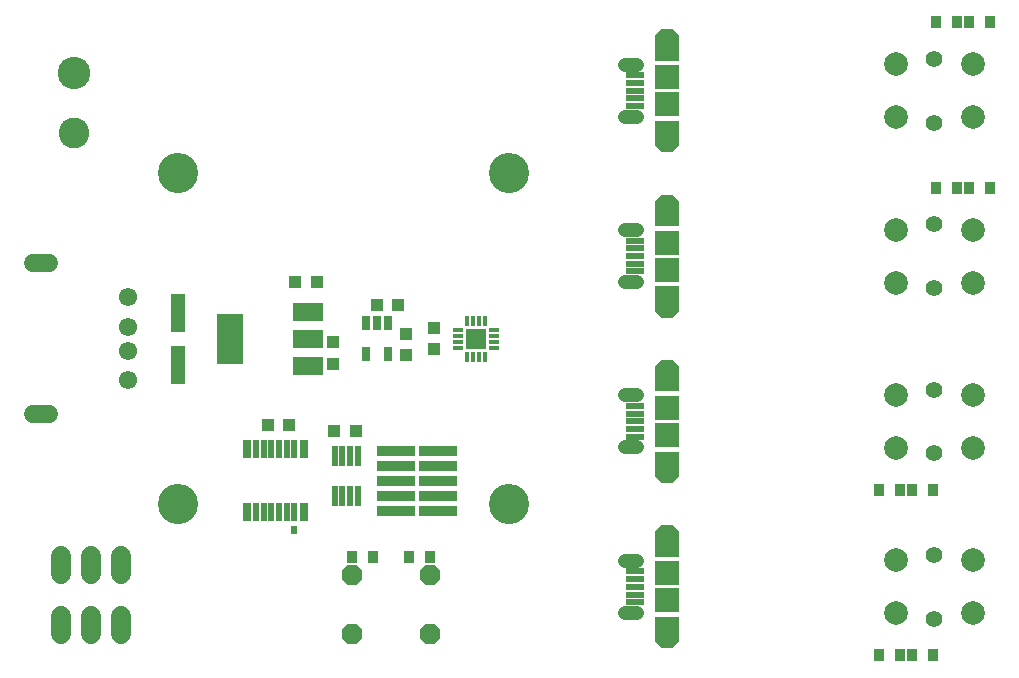
<source format=gts>
G75*
%MOIN*%
%OFA0B0*%
%FSLAX25Y25*%
%IPPOS*%
%LPD*%
%AMOC8*
5,1,8,0,0,1.08239X$1,22.5*
%
%ADD10C,0.13398*%
%ADD11C,0.05918*%
%ADD12C,0.06115*%
%ADD13R,0.08280X0.07887*%
%ADD14R,0.08280X0.07099*%
%ADD15OC8,0.08280*%
%ADD16C,0.04737*%
%ADD17R,0.05906X0.01969*%
%ADD18R,0.07087X0.07087*%
%ADD19R,0.01575X0.03543*%
%ADD20R,0.03543X0.01575*%
%ADD21C,0.05524*%
%ADD22C,0.07887*%
%ADD23C,0.10800*%
%ADD24C,0.10249*%
%ADD25R,0.10249X0.06312*%
%ADD26R,0.08674X0.16548*%
%ADD27R,0.04331X0.04331*%
%ADD28R,0.04737X0.12611*%
%ADD29R,0.03150X0.05118*%
%ADD30R,0.03543X0.04331*%
%ADD31OC8,0.06706*%
%ADD32R,0.03162X0.06312*%
%ADD33R,0.02375X0.06312*%
%ADD34R,0.01969X0.02756*%
%ADD35R,0.12611X0.03753*%
%ADD36R,0.02165X0.06693*%
%ADD37C,0.06650*%
D10*
X0249209Y0156283D03*
X0359446Y0156283D03*
X0359446Y0266519D03*
X0249209Y0266519D03*
D11*
X0205902Y0236598D02*
X0200784Y0236598D01*
X0200784Y0186204D02*
X0205902Y0186204D01*
D12*
X0232280Y0197622D03*
X0232280Y0207464D03*
X0232280Y0215338D03*
X0232280Y0225181D03*
D13*
X0412005Y0234433D03*
X0412005Y0243488D03*
X0412005Y0289551D03*
X0412005Y0298606D03*
X0412005Y0188370D03*
X0412005Y0179315D03*
X0412005Y0133252D03*
X0412005Y0124197D03*
D14*
X0412005Y0115338D03*
X0412005Y0142110D03*
X0412005Y0170456D03*
X0412005Y0197228D03*
X0412005Y0225574D03*
X0412005Y0252346D03*
X0412005Y0280693D03*
X0412005Y0307464D03*
D15*
X0412005Y0310614D03*
X0412005Y0277543D03*
X0412005Y0255496D03*
X0412005Y0222425D03*
X0412005Y0200378D03*
X0412005Y0167307D03*
X0412005Y0145260D03*
X0412005Y0112189D03*
D16*
X0402162Y0120063D02*
X0398225Y0120063D01*
X0398225Y0137386D02*
X0402162Y0137386D01*
X0402162Y0175181D02*
X0398225Y0175181D01*
X0398225Y0192504D02*
X0402162Y0192504D01*
X0402162Y0230299D02*
X0398225Y0230299D01*
X0398225Y0247622D02*
X0402162Y0247622D01*
X0402162Y0285417D02*
X0398225Y0285417D01*
X0398225Y0302740D02*
X0402162Y0302740D01*
D17*
X0401375Y0299197D03*
X0401375Y0296637D03*
X0401375Y0294078D03*
X0401375Y0291519D03*
X0401375Y0288960D03*
X0401375Y0244078D03*
X0401375Y0241519D03*
X0401375Y0238960D03*
X0401375Y0236401D03*
X0401375Y0233842D03*
X0401375Y0188960D03*
X0401375Y0186401D03*
X0401375Y0183842D03*
X0401375Y0181283D03*
X0401375Y0178724D03*
X0401375Y0133842D03*
X0401375Y0131283D03*
X0401375Y0128724D03*
X0401375Y0126165D03*
X0401375Y0123606D03*
D18*
X0348422Y0211401D03*
D19*
X0349406Y0205496D03*
X0347438Y0205496D03*
X0345469Y0205496D03*
X0351375Y0205496D03*
X0351375Y0217307D03*
X0349406Y0217307D03*
X0347438Y0217307D03*
X0345469Y0217307D03*
D20*
X0342516Y0214354D03*
X0342516Y0212386D03*
X0342516Y0210417D03*
X0342516Y0208448D03*
X0354327Y0208448D03*
X0354327Y0210417D03*
X0354327Y0212386D03*
X0354327Y0214354D03*
D21*
X0501178Y0228330D03*
X0501178Y0249590D03*
X0501178Y0283448D03*
X0501178Y0304708D03*
X0501178Y0194472D03*
X0501178Y0173212D03*
X0501178Y0139354D03*
X0501178Y0118094D03*
D22*
X0513973Y0119866D03*
X0513973Y0137582D03*
X0488383Y0137582D03*
X0488383Y0119866D03*
X0488383Y0174984D03*
X0488383Y0192700D03*
X0513973Y0192700D03*
X0513973Y0174984D03*
X0513973Y0230102D03*
X0488383Y0230102D03*
X0488383Y0247819D03*
X0513973Y0247819D03*
X0513973Y0285220D03*
X0488383Y0285220D03*
X0488383Y0302937D03*
X0513973Y0302937D03*
D23*
X0214564Y0300141D03*
D24*
X0214564Y0280141D03*
D25*
X0292516Y0220456D03*
X0292516Y0211401D03*
X0292516Y0202346D03*
D26*
X0266532Y0211401D03*
D27*
X0288186Y0230299D03*
X0295272Y0230299D03*
X0315351Y0222819D03*
X0322438Y0222819D03*
X0334249Y0214945D03*
X0325194Y0212976D03*
X0325194Y0205889D03*
X0334249Y0207858D03*
X0300784Y0210220D03*
X0300784Y0203134D03*
X0301178Y0180693D03*
X0308264Y0180693D03*
X0286217Y0182661D03*
X0279131Y0182661D03*
D28*
X0249209Y0202740D03*
X0249209Y0220063D03*
D29*
X0311611Y0216519D03*
X0315351Y0216519D03*
X0319091Y0216519D03*
X0319091Y0206283D03*
X0311611Y0206283D03*
D30*
X0314170Y0138567D03*
X0307083Y0138567D03*
X0325981Y0138567D03*
X0333068Y0138567D03*
X0482674Y0161008D03*
X0489760Y0161008D03*
X0493698Y0161008D03*
X0500784Y0161008D03*
X0500784Y0105889D03*
X0493698Y0105889D03*
X0489760Y0105889D03*
X0482674Y0105889D03*
X0501572Y0261795D03*
X0508658Y0261795D03*
X0512595Y0261795D03*
X0519682Y0261795D03*
X0519682Y0316913D03*
X0512595Y0316913D03*
X0508658Y0316913D03*
X0501572Y0316913D03*
D31*
X0333068Y0132661D03*
X0307083Y0132661D03*
X0307083Y0112976D03*
X0333068Y0112976D03*
D32*
X0291040Y0153527D03*
X0271946Y0153527D03*
X0271946Y0174787D03*
X0291040Y0174787D03*
D33*
X0287890Y0174787D03*
X0285331Y0174787D03*
X0282772Y0174787D03*
X0280213Y0174787D03*
X0277654Y0174787D03*
X0275095Y0174787D03*
X0275095Y0153527D03*
X0277654Y0153527D03*
X0280213Y0153527D03*
X0282772Y0153527D03*
X0285331Y0153527D03*
X0287890Y0153527D03*
D34*
X0287792Y0147622D03*
D35*
X0321737Y0154157D03*
X0321737Y0159157D03*
X0321737Y0164157D03*
X0321737Y0169157D03*
X0321737Y0174157D03*
X0335737Y0174157D03*
X0335737Y0169157D03*
X0335737Y0164157D03*
X0335737Y0159157D03*
X0335737Y0154157D03*
D36*
X0308953Y0159039D03*
X0306394Y0159039D03*
X0303835Y0159039D03*
X0301276Y0159039D03*
X0301276Y0172425D03*
X0303835Y0172425D03*
X0306394Y0172425D03*
X0308953Y0172425D03*
D37*
X0209957Y0118893D02*
X0209957Y0113043D01*
X0219957Y0113043D02*
X0219957Y0118893D01*
X0229957Y0118893D02*
X0229957Y0113043D01*
X0229957Y0133043D02*
X0229957Y0138893D01*
X0219957Y0138893D02*
X0219957Y0133043D01*
X0209957Y0133043D02*
X0209957Y0138893D01*
M02*

</source>
